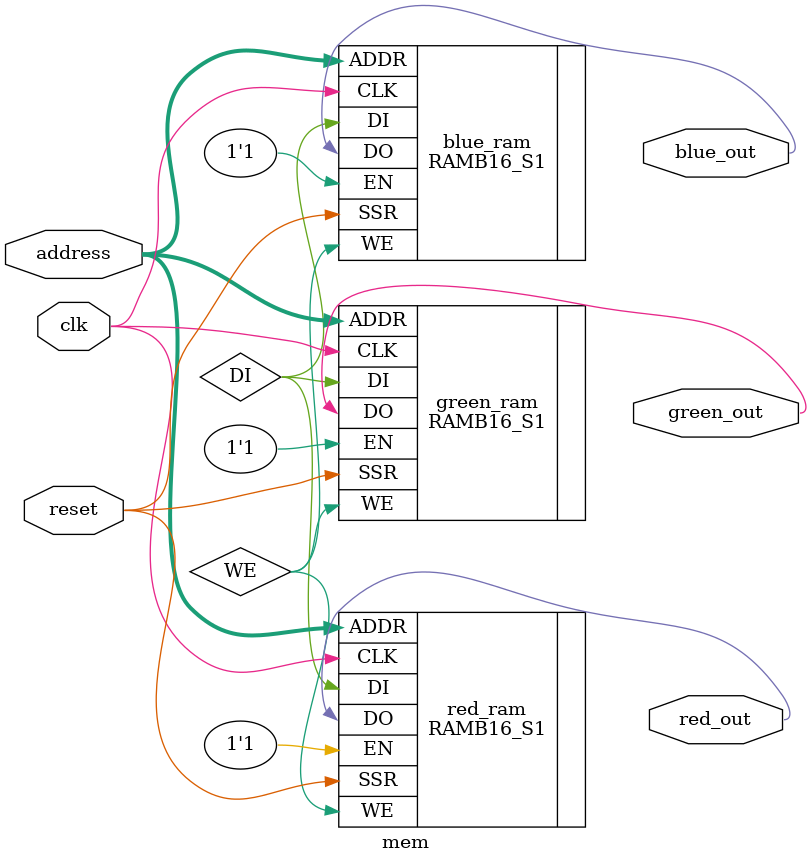
<source format=v>
module mem(clk, reset, address, red_out, green_out, blue_out);
	input clk, reset;
	input[13:0] address;

	output red_out,green_out, blue_out;

	wire red_out,green_out, blue_out;

   RAMB16_S1 #(
      .INIT(1'b0),  // Value of output RAM registers at startup
      .SRVAL(1'b0), // Output value upon SSR assertion
      .WRITE_MODE("WRITE_FIRST"), // WRITE_FIRST, READ_FIRST or NO_CHANGE

      // The forllowing INIT_xx declarations specify the initial contents of the RAM
      // Address 0 to 4095
      .INIT_00(256'hffffffffffffffffffffffffffffffffffffffffffffffffffffffffffffffff),
      .INIT_01(256'hffffffffffffffffffffffffffffffffffffffffffffffffffffffffffffffff),
      .INIT_02(256'hffffffffffffffffffffffffffffffffffffffffffffffffffffffffffffffff),
      .INIT_03(256'hffffffffffffffffffffffffffffffffffffffffffffffffffffffffffffffff),
      .INIT_04(256'hffffffffffffffffffffffffffffffffffffffffffffffffffffffffffffffff),
      .INIT_05(256'hffffffffffffffffffffffffffffffffffffffffffffffffffffffffffffffff),
      .INIT_06(256'hffffffffffffffffffffffffffffffffffffffffffffffffffffffffffffffff),
      .INIT_07(256'hffffffffffffffffffffffffffffffffffffffffffffffffffffffffffffffff),
      .INIT_08(256'hffffffffffffffffffffffffffffffffffffffffffffffffffffffffffffffff),
      .INIT_09(256'hffffffffffffffffffffffffffffffffffffffffffffffffffffffffffffffff),
      .INIT_0A(256'hffffffffffffffffffffffffffffffffffffffffffffffffffffffffffffffff),
      .INIT_0B(256'hffffffffffffffffffffffffffffffffffffffffffffffffffffffffffffffff),
      .INIT_0C(256'h0000000000000000000000000000000000000000000000000000000000000000),
      .INIT_0D(256'h0000000000000000000000000000000000000000000000000000000000000000),
      .INIT_0E(256'hffffffffffffffffffffffffffffffffffffffffffffffffffffffffffffffff),
      .INIT_0F(256'hffffffffffffffffffffffffffffffffffffffffffffffffffffffffffffffff),
      // Address 4096 to 8191
      .INIT_10(256'h0000000000000000000000000000000000000000000000000000000000000000),
      .INIT_11(256'h0000000000000000000000000000000000000000000000000000000000000000),
      .INIT_12(256'hffffffffffffffffffffffffffffffffffffffffffffffffffffffffffffffff),
      .INIT_13(256'hffffffffffffffffffffffffffffffffffffffffffffffffffffffffffffffff),
      .INIT_14(256'h0000000000000000000000000000000000000000000000000000000000000000),
      .INIT_15(256'h0000000000000000000000000000000000000000000000000000000000000000),
      .INIT_16(256'hffffffffffffffffffffffffffffffffffffffffffffffffffffffffffffffff),
      .INIT_17(256'hffffffffffffffffffffffffffffffffffffffffffffffffffffffffffffffff),
      .INIT_18(256'h0000000000000000000000000000000000000000000000000000000000000000),
      .INIT_19(256'h0000000000000000000000000000000000000000000000000000000000000000),
      .INIT_1A(256'hffffffffffffffffffffffffffffffffffffffffffffffffffffffffffffffff),
      .INIT_1B(256'hffffffffffffffffffffffffffffffffffffffffffffffffffffffffffffffff),
      .INIT_1C(256'h0000000000000000000000000000000000000000000000000000000000000000),
      .INIT_1D(256'h0000000000000000000000000000000000000000000000000000000000000000),
      .INIT_1E(256'hffffffffffffffffffffffffffffffffffffffffffffffffffffffffffffffff),
      .INIT_1F(256'hffffffffffffffffffffffffffffffffffffffffffffffffffffffffffffffff),
      // Address 8192 to 12287
      .INIT_20(256'h0000000000000000000000000000000000000000000000000000000000000000),
      .INIT_21(256'h0000000000000000000000000000000000000000000000000000000000000000),
      .INIT_22(256'hffffffffffffffffffffffffffffffffffffffffffffffffffffffffffffffff),
      .INIT_23(256'hffffffffffffffffffffffffffffffffffffffffffffffffffffffffffffffff),
      .INIT_24(256'h00f000f000f000f000f000f000f000f000f000f000f000f000f000f000f000f0),
      .INIT_25(256'h00f000f000f000f000f000f000f000f000f000f000f000f000f000f000f000f0),
      .INIT_26(256'h00ff00ff00ff00ff00ff00ff00ff00ff00ff00ff00ff00ff00ff00ff00ff00ff),
      .INIT_27(256'h00ff00ff00ff00ff00ff00ff00ff00ff00ff00ff00ff00ff00ff00ff00ff00ff),
      .INIT_28(256'h00f000f000f000f000f000f000f000f000f000f000f000f000f000f000f000f0),
      .INIT_29(256'h00f000f000f000f000f000f000f000f000f000f000f000f000f000f000f000f0),
      .INIT_2A(256'h00ff00ff00ff00ff00ff00ff00ff00ff00ff00ff00ff00ff00ff00ff00ff00ff),
      .INIT_2B(256'h00ff00ff00ff00ff00ff00ff00ff00ff00ff00ff00ff00ff00ff00ff00ff00ff),
      .INIT_2C(256'h00f000f000f000f000f000f000f000f000f000f000f000f000f000f000f000f0),
      .INIT_2D(256'h00f000f000f000f000f000f000f000f000f000f000f000f000f000f000f000f0),
      .INIT_2E(256'h00ff00ff00ff00ff00ff00ff00ff00ff00ff00ff00ff00ff00ff00ff00ff00ff),
      .INIT_2F(256'h00ff00ff00ff00ff00ff00ff00ff00ff00ff00ff00ff00ff00ff00ff00ff00ff),
      // Address 12288 to 16383
      .INIT_30(256'h0000000000000000000000000000000000000000000000000000000000000000),
      .INIT_31(256'h0000000000000000000000000000000000000000000000000000000000000000),
      .INIT_32(256'h0000000000000000000000000000000000000000000000000000000000000000),
      .INIT_33(256'h0000000000000000000000000000000000000000000000000000000000000000),
      .INIT_34(256'h0000000000000000000000000000000000000000000000000000000000000000),
      .INIT_35(256'h0000000000000000000000000000000000000000000000000000000000000000),
      .INIT_36(256'h0000000000000000000000000000000000000000000000000000000000000000),
      .INIT_37(256'h0000000000000000000000000000000000000000000000000000000000000000),
      .INIT_38(256'h0000000000000000000000000000000000000000000000000000000000000000),
      .INIT_39(256'h0000000000000000000000000000000000000000000000000000000000000000),
      .INIT_3A(256'h0000000000000000000000000000000000000000000000000000000000000000),
      .INIT_3B(256'h0000000000000000000000000000000000000000000000000000000000000000),
      .INIT_3C(256'h0000000000000000000000000000000000000000000000000000000000000000),
      .INIT_3D(256'h0000000000000000000000000000000000000000000000000000000000000000),
      .INIT_3E(256'h0000000000000000000000000000000000000000000000000000000000000000),
      .INIT_3F(256'h0000000000000000000000000000000000000000000000000000000000000000)
   ) red_ram (
      .DO(red_out),      // 1-bit Data Output
      .ADDR(address),  // 14-bit Address Input
      .CLK(clk),    // Clock
      .DI(DI),      // 1-bit Data Input
      .EN(1'b1),      // RAM Enable Input
      .SSR(reset),    // Synchronous Set/Reset Input
      .WE(WE)       // Write Enable Input
   );

   RAMB16_S1 #(
	  .INIT(1'b0),  // Value of output RAM registers at startup
	  .SRVAL(1'b0), // Output value upon SSR assertion
	  .WRITE_MODE("WRITE_FIRST"), // WRITE_FIRST, READ_FIRST or NO_CHANGE

	  // The forllowing INIT_xx declarations specify the initial contents of the RAM
	  // Address 0 to 4095
	  .INIT_00(256'h0000000000000000000000000000000000000000000000000000000000000000),
	  .INIT_01(256'h0000000000000000000000000000000000000000000000000000000000000000),
	  .INIT_02(256'hffffffffffffffffffffffffffffffffffffffffffffffffffffffffffffffff),
	  .INIT_03(256'hffffffffffffffffffffffffffffffffffffffffffffffffffffffffffffffff),
	  .INIT_04(256'h0000000000000000000000000000000000000000000000000000000000000000),
	  .INIT_05(256'h0000000000000000000000000000000000000000000000000000000000000000),
	  .INIT_06(256'hffffffffffffffffffffffffffffffffffffffffffffffffffffffffffffffff),
	  .INIT_07(256'hffffffffffffffffffffffffffffffffffffffffffffffffffffffffffffffff),
	  .INIT_08(256'h0000000000000000000000000000000000000000000000000000000000000000),
	  .INIT_09(256'h0000000000000000000000000000000000000000000000000000000000000000),
	  .INIT_0A(256'hffffffffffffffffffffffffffffffffffffffffffffffffffffffffffffffff),
	  .INIT_0B(256'hffffffffffffffffffffffffffffffffffffffffffffffffffffffffffffffff),
	  .INIT_0C(256'hffffffffffffffffffffffffffffffffffffffffffffffffffffffffffffffff),
	  .INIT_0D(256'hffffffffffffffffffffffffffffffffffffffffffffffffffffffffffffffff),
	  .INIT_0E(256'hffffffffffffffffffffffffffffffffffffffffffffffffffffffffffffffff),
	  .INIT_0F(256'hffffffffffffffffffffffffffffffffffffffffffffffffffffffffffffffff),
	  // Address 4096 to 8191
	  .INIT_10(256'hffffffffffffffffffffffffffffffffffffffffffffffffffffffffffffffff),
	  .INIT_11(256'hffffffffffffffffffffffffffffffffffffffffffffffffffffffffffffffff),
	  .INIT_12(256'hffffffffffffffffffffffffffffffffffffffffffffffffffffffffffffffff),
	  .INIT_13(256'hffffffffffffffffffffffffffffffffffffffffffffffffffffffffffffffff),
	  .INIT_14(256'hffffffffffffffffffffffffffffffffffffffffffffffffffffffffffffffff),
	  .INIT_15(256'hffffffffffffffffffffffffffffffffffffffffffffffffffffffffffffffff),
	  .INIT_16(256'hffffffffffffffffffffffffffffffffffffffffffffffffffffffffffffffff),
	  .INIT_17(256'hffffffffffffffffffffffffffffffffffffffffffffffffffffffffffffffff),
	  .INIT_18(256'h0000000000000000000000000000000000000000000000000000000000000000),
	  .INIT_19(256'h0000000000000000000000000000000000000000000000000000000000000000),
	  .INIT_1A(256'hffffffffffffffffffffffffffffffffffffffffffffffffffffffffffffffff),
	  .INIT_1B(256'hffffffffffffffffffffffffffffffffffffffffffffffffffffffffffffffff),
	  .INIT_1C(256'h0000000000000000000000000000000000000000000000000000000000000000),
	  .INIT_1D(256'h0000000000000000000000000000000000000000000000000000000000000000),
	  .INIT_1E(256'hffffffffffffffffffffffffffffffffffffffffffffffffffffffffffffffff),
	  .INIT_1F(256'hffffffffffffffffffffffffffffffffffffffffffffffffffffffffffffffff),
	  // Address 8192 to 12287
	  .INIT_20(256'h0000000000000000000000000000000000000000000000000000000000000000),
	  .INIT_21(256'h0000000000000000000000000000000000000000000000000000000000000000),
	  .INIT_22(256'hffffffffffffffffffffffffffffffffffffffffffffffffffffffffffffffff),
	  .INIT_23(256'hffffffffffffffffffffffffffffffffffffffffffffffffffffffffffffffff),
	  .INIT_24(256'h0f000f000f000f000f000f000f000f000f000f000f000f000f000f000f000f00),
	  .INIT_25(256'h0f000f000f000f000f000f000f000f000f000f000f000f000f000f000f000f00),
	  .INIT_26(256'h0f0f0f0f0f0f0f0f0f0f0f0f0f0f0f0f0f0f0f0f0f0f0f0f0f0f0f0f0f0f0f0f),
	  .INIT_27(256'h0f0f0f0f0f0f0f0f0f0f0f0f0f0f0f0f0f0f0f0f0f0f0f0f0f0f0f0f0f0f0f0f),
	  .INIT_28(256'h0f000f000f000f000f000f000f000f000f000f000f000f000f000f000f000f00),
	  .INIT_29(256'h0f000f000f000f000f000f000f000f000f000f000f000f000f000f000f000f00),
	  .INIT_2A(256'h0f0f0f0f0f0f0f0f0f0f0f0f0f0f0f0f0f0f0f0f0f0f0f0f0f0f0f0f0f0f0f0f),
	  .INIT_2B(256'h0f0f0f0f0f0f0f0f0f0f0f0f0f0f0f0f0f0f0f0f0f0f0f0f0f0f0f0f0f0f0f0f),
	  .INIT_2C(256'h0f000f000f000f000f000f000f000f000f000f000f000f000f000f000f000f00),
	  .INIT_2D(256'h0f000f000f000f000f000f000f000f000f000f000f000f000f000f000f000f00),
	  .INIT_2E(256'h0f0f0f0f0f0f0f0f0f0f0f0f0f0f0f0f0f0f0f0f0f0f0f0f0f0f0f0f0f0f0f0f),
	  .INIT_2F(256'h0f0f0f0f0f0f0f0f0f0f0f0f0f0f0f0f0f0f0f0f0f0f0f0f0f0f0f0f0f0f0f0f),
	  // Address 12288 to 16383
	  .INIT_30(256'h0000000000000000000000000000000000000000000000000000000000000000),
	  .INIT_31(256'h0000000000000000000000000000000000000000000000000000000000000000),
	  .INIT_32(256'h0000000000000000000000000000000000000000000000000000000000000000),
	  .INIT_33(256'h0000000000000000000000000000000000000000000000000000000000000000),
	  .INIT_34(256'h0000000000000000000000000000000000000000000000000000000000000000),
	  .INIT_35(256'h0000000000000000000000000000000000000000000000000000000000000000),
	  .INIT_36(256'h0000000000000000000000000000000000000000000000000000000000000000),
	  .INIT_37(256'h0000000000000000000000000000000000000000000000000000000000000000),
	  .INIT_38(256'h0000000000000000000000000000000000000000000000000000000000000000),
	  .INIT_39(256'h0000000000000000000000000000000000000000000000000000000000000000),
	  .INIT_3A(256'h0000000000000000000000000000000000000000000000000000000000000000),
	  .INIT_3B(256'h0000000000000000000000000000000000000000000000000000000000000000),
	  .INIT_3C(256'h0000000000000000000000000000000000000000000000000000000000000000),
	  .INIT_3D(256'h0000000000000000000000000000000000000000000000000000000000000000),
	  .INIT_3E(256'h0000000000000000000000000000000000000000000000000000000000000000),
	  .INIT_3F(256'h0000000000000000000000000000000000000000000000000000000000000000)
   ) green_ram (
	  .DO(green_out),      // 1-bit Data Output
	  .ADDR(address),  // 14-bit Address Input
	  .CLK(clk),    // Clock
	  .DI(DI),      // 1-bit Data Input
	  .EN(1'b1),      // RAM Enable Input
	  .SSR(reset),    // Synchronous Set/Reset Input
	  .WE(WE)       // Write Enable Input
   );

   RAMB16_S1 #(
	  .INIT(1'b0),  // Value of output RAM registers at startup
	  .SRVAL(1'b0), // Output value upon SSR assertion
	  .WRITE_MODE("WRITE_FIRST"), // WRITE_FIRST, READ_FIRST or NO_CHANGE

	  // The forllowing INIT_xx declarations specify the initial contents of the RAM
	  // Address 0 to 4095
	  .INIT_00(256'h0000000000000000000000000000000000000000000000000000000000000000),
	  .INIT_01(256'h0000000000000000000000000000000000000000000000000000000000000000),
	  .INIT_02(256'hffffffffffffffffffffffffffffffffffffffffffffffffffffffffffffffff),
	  .INIT_03(256'hffffffffffffffffffffffffffffffffffffffffffffffffffffffffffffffff),
	  .INIT_04(256'h0000000000000000000000000000000000000000000000000000000000000000),
	  .INIT_05(256'h0000000000000000000000000000000000000000000000000000000000000000),
	  .INIT_06(256'hffffffffffffffffffffffffffffffffffffffffffffffffffffffffffffffff),
	  .INIT_07(256'hffffffffffffffffffffffffffffffffffffffffffffffffffffffffffffffff),
	  .INIT_08(256'h0000000000000000000000000000000000000000000000000000000000000000),
	  .INIT_09(256'h0000000000000000000000000000000000000000000000000000000000000000),
	  .INIT_0A(256'hffffffffffffffffffffffffffffffffffffffffffffffffffffffffffffffff),
	  .INIT_0B(256'hffffffffffffffffffffffffffffffffffffffffffffffffffffffffffffffff),
	  .INIT_0C(256'h0000000000000000000000000000000000000000000000000000000000000000),
	  .INIT_0D(256'h0000000000000000000000000000000000000000000000000000000000000000),
	  .INIT_0E(256'hffffffffffffffffffffffffffffffffffffffffffffffffffffffffffffffff),
	  .INIT_0F(256'hffffffffffffffffffffffffffffffffffffffffffffffffffffffffffffffff),
	  // Address 4096 to 8191
	  .INIT_10(256'h0000000000000000000000000000000000000000000000000000000000000000),
	  .INIT_11(256'h0000000000000000000000000000000000000000000000000000000000000000),
	  .INIT_12(256'hffffffffffffffffffffffffffffffffffffffffffffffffffffffffffffffff),
	  .INIT_13(256'hffffffffffffffffffffffffffffffffffffffffffffffffffffffffffffffff),
	  .INIT_14(256'h0000000000000000000000000000000000000000000000000000000000000000),
	  .INIT_15(256'h0000000000000000000000000000000000000000000000000000000000000000),
	  .INIT_16(256'hffffffffffffffffffffffffffffffffffffffffffffffffffffffffffffffff),
	  .INIT_17(256'hffffffffffffffffffffffffffffffffffffffffffffffffffffffffffffffff),
	  .INIT_18(256'hffffffffffffffffffffffffffffffffffffffffffffffffffffffffffffffff),
	  .INIT_19(256'hffffffffffffffffffffffffffffffffffffffffffffffffffffffffffffffff),
	  .INIT_1A(256'hffffffffffffffffffffffffffffffffffffffffffffffffffffffffffffffff),
	  .INIT_1B(256'hffffffffffffffffffffffffffffffffffffffffffffffffffffffffffffffff),
	  .INIT_1C(256'hffffffffffffffffffffffffffffffffffffffffffffffffffffffffffffffff),
	  .INIT_1D(256'hffffffffffffffffffffffffffffffffffffffffffffffffffffffffffffffff),
	  .INIT_1E(256'hffffffffffffffffffffffffffffffffffffffffffffffffffffffffffffffff),
	  .INIT_1F(256'hffffffffffffffffffffffffffffffffffffffffffffffffffffffffffffffff),
	  // Address 8192 to 12287
	  .INIT_20(256'hffffffffffffffffffffffffffffffffffffffffffffffffffffffffffffffff),
	  .INIT_21(256'hffffffffffffffffffffffffffffffffffffffffffffffffffffffffffffffff),
	  .INIT_22(256'hffffffffffffffffffffffffffffffffffffffffffffffffffffffffffffffff),
	  .INIT_23(256'hffffffffffffffffffffffffffffffffffffffffffffffffffffffffffffffff),
	  .INIT_24(256'hf000f000f000f000f000f000f000f000f000f000f000f000f000f000f000f000),
	  .INIT_25(256'hf000f000f000f000f000f000f000f000f000f000f000f000f000f000f000f000),
	  .INIT_26(256'hf00ff00ff00ff00ff00ff00ff00ff00ff00ff00ff00ff00ff00ff00ff00ff00f),
	  .INIT_27(256'hf00ff00ff00ff00ff00ff00ff00ff00ff00ff00ff00ff00ff00ff00ff00ff00f),
	  .INIT_28(256'hf000f000f000f000f000f000f000f000f000f000f000f000f000f000f000f000),
	  .INIT_29(256'hf000f000f000f000f000f000f000f000f000f000f000f000f000f000f000f000),
	  .INIT_2A(256'hf00ff00ff00ff00ff00ff00ff00ff00ff00ff00ff00ff00ff00ff00ff00ff00f),
	  .INIT_2B(256'hf00ff00ff00ff00ff00ff00ff00ff00ff00ff00ff00ff00ff00ff00ff00ff00f),
	  .INIT_2C(256'hf000f000f000f000f000f000f000f000f000f000f000f000f000f000f000f000),
	  .INIT_2D(256'hf000f000f000f000f000f000f000f000f000f000f000f000f000f000f000f000),
	  .INIT_2E(256'hf00ff00ff00ff00ff00ff00ff00ff00ff00ff00ff00ff00ff00ff00ff00ff00f),
	  .INIT_2F(256'hf00ff00ff00ff00ff00ff00ff00ff00ff00ff00ff00ff00ff00ff00ff00ff00f),
	  // Address 12288 to 16383
	  .INIT_30(256'h0000000000000000000000000000000000000000000000000000000000000000),
	  .INIT_31(256'h0000000000000000000000000000000000000000000000000000000000000000),
	  .INIT_32(256'h0000000000000000000000000000000000000000000000000000000000000000),
	  .INIT_33(256'h0000000000000000000000000000000000000000000000000000000000000000),
	  .INIT_34(256'h0000000000000000000000000000000000000000000000000000000000000000),
	  .INIT_35(256'h0000000000000000000000000000000000000000000000000000000000000000),
	  .INIT_36(256'h0000000000000000000000000000000000000000000000000000000000000000),
	  .INIT_37(256'h0000000000000000000000000000000000000000000000000000000000000000),
	  .INIT_38(256'h0000000000000000000000000000000000000000000000000000000000000000),
	  .INIT_39(256'h0000000000000000000000000000000000000000000000000000000000000000),
	  .INIT_3A(256'h0000000000000000000000000000000000000000000000000000000000000000),
	  .INIT_3B(256'h0000000000000000000000000000000000000000000000000000000000000000),
	  .INIT_3C(256'h0000000000000000000000000000000000000000000000000000000000000000),
	  .INIT_3D(256'h0000000000000000000000000000000000000000000000000000000000000000),
	  .INIT_3E(256'h0000000000000000000000000000000000000000000000000000000000000000),
	  .INIT_3F(256'h0000000000000000000000000000000000000000000000000000000000000000)
   ) blue_ram (
	  .DO(blue_out),      // 1-bit Data Output
	  .ADDR(address),  // 14-bit Address Input
	  .CLK(clk),    // Clock
	  .DI(DI),      // 1-bit Data Input
	  .EN(1'b1),      // RAM Enable Input
	  .SSR(reset),    // Synchronous Set/Reset Input
	  .WE(WE)       // Write Enable Input
   );

  // End of RAMB16_S1_inst instantiation
endmodule // mem

</source>
